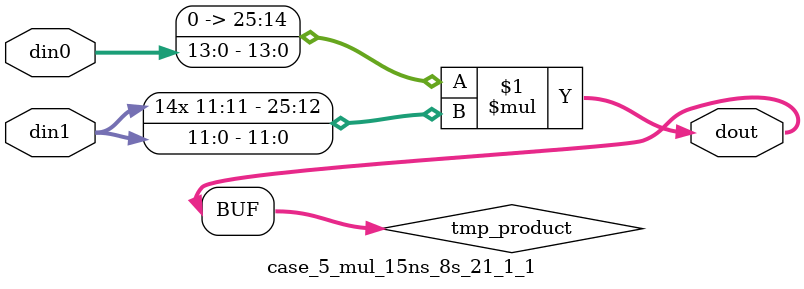
<source format=v>

`timescale 1 ns / 1 ps

 (* use_dsp = "no" *)  module case_5_mul_15ns_8s_21_1_1(din0, din1, dout);
parameter ID = 1;
parameter NUM_STAGE = 0;
parameter din0_WIDTH = 14;
parameter din1_WIDTH = 12;
parameter dout_WIDTH = 26;

input [din0_WIDTH - 1 : 0] din0; 
input [din1_WIDTH - 1 : 0] din1; 
output [dout_WIDTH - 1 : 0] dout;

wire signed [dout_WIDTH - 1 : 0] tmp_product;

























assign tmp_product = $signed({1'b0, din0}) * $signed(din1);










assign dout = tmp_product;





















endmodule

</source>
